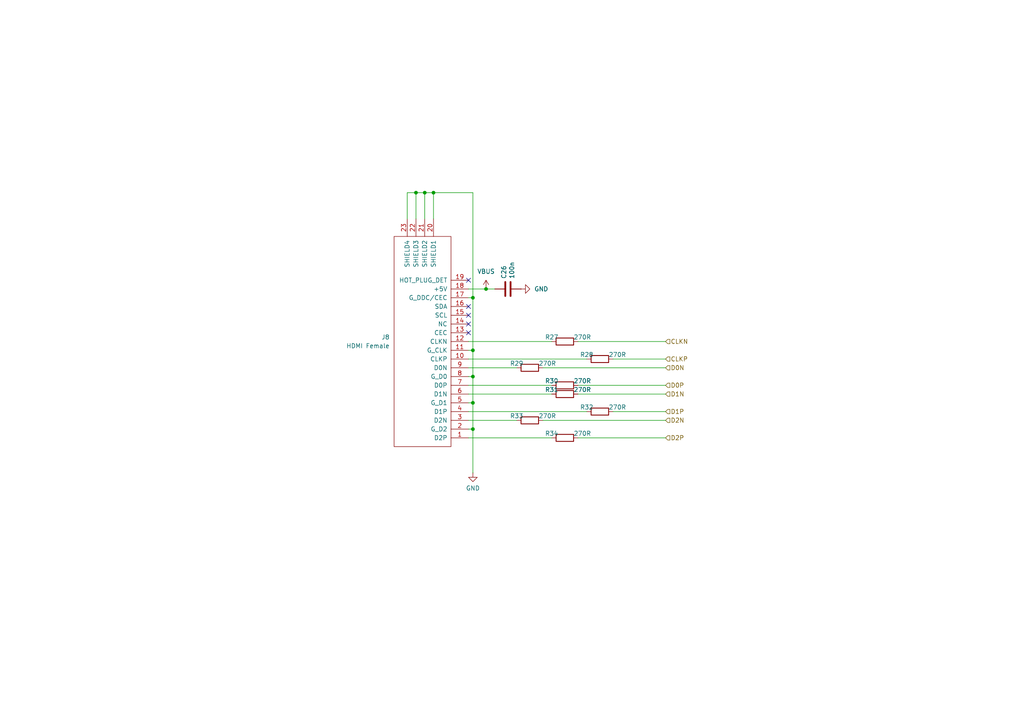
<source format=kicad_sch>
(kicad_sch (version 20250114) (generator "eeschema") (generator_version "9.0")
  (paper "A4")
  (title_block (title "MiniFRANK RM24") (date "2025-04-09") (rev "${VERSION}") (company "Mikhail Matveev") (comment 1 "https://github.com/xtremespb/frank"))
  (lib_symbols
    (symbol "Device:C" (pin_numbers (hide yes)) (pin_names (offset 0.254))
      (property "Reference" "C" (at 0.635 2.54 0))
      (property "Value" "C" (at 0.635 -2.54 0))
      (symbol "C_0_1"
        (polyline (pts (xy -2.032 0.762) (xy 2.032 0.762)) (stroke (width 0.508)))
        (polyline (pts (xy -2.032 -0.762) (xy 2.032 -0.762)) (stroke (width 0.508)))
      )
      (symbol "C_1_1"
        (pin passive line (at 0 3.81 270) (length 2.794) (name "~") (number "1"))
        (pin passive line (at 0 -3.81 90) (length 2.794) (name "~") (number "2"))
      )
    )
    (symbol "Device:R" (pin_numbers (hide yes)) (pin_names (offset 0))
      (property "Reference" "R" (at 2.032 0 90))
      (property "Value" "R" (at 0 0 90))
      (symbol "R_0_1"
        (rectangle (start -1.016 -2.54) (end 1.016 2.54) (stroke (width 0.254)))
      )
      (symbol "R_1_1"
        (pin passive line (at 0 3.81 270) (length 1.27) (name "~") (number "1"))
        (pin passive line (at 0 -3.81 90) (length 1.27) (name "~") (number "2"))
      )
    )
    (symbol "FRANK:HDMI" (pin_names (offset 1.016))
      (property "Reference" "HDMI1" (at 12.7 -16.5101 0))
      (property "Value" "HDMI" (at 12.7 -13.9701 0))
      (symbol "HDMI_0_1"
        (rectangle (start -5.08 15.24) (end 11.43 -45.72))
      )
      (symbol "HDMI_1_1"
        (pin input line (at -10.16 12.7 0) (length 5.08) (name "D2P") (number "1"))
        (pin input line (at -10.16 10.16 0) (length 5.08) (name "G_D2") (number "2"))
        (pin input line (at -10.16 7.62 0) (length 5.08) (name "D2N") (number "3"))
        (pin input line (at -10.16 5.08 0) (length 5.08) (name "D1P") (number "4"))
        (pin input line (at -10.16 2.54 0) (length 5.08) (name "G_D1") (number "5"))
        (pin input line (at -10.16 0 0) (length 5.08) (name "D1N") (number "6"))
        (pin input line (at -10.16 -2.54 0) (length 5.08) (name "D0P") (number "7"))
        (pin input line (at -10.16 -5.08 0) (length 5.08) (name "G_D0") (number "8"))
        (pin input line (at -10.16 -7.62 0) (length 5.08) (name "D0N") (number "9"))
        (pin input line (at -10.16 -10.16 0) (length 5.08) (name "CLKP") (number "10"))
        (pin input line (at -10.16 -12.7 0) (length 5.08) (name "G_CLK") (number "11"))
        (pin input line (at -10.16 -15.24 0) (length 5.08) (name "CLKN") (number "12"))
        (pin input line (at -10.16 -17.78 0) (length 5.08) (name "CEC") (number "13"))
        (pin input line (at -10.16 -20.32 0) (length 5.08) (name "NC") (number "14"))
        (pin input line (at -10.16 -22.86 0) (length 5.08) (name "SCL") (number "15"))
        (pin input line (at -10.16 -25.4 0) (length 5.08) (name "SDA") (number "16"))
        (pin input line (at -10.16 -27.94 0) (length 5.08) (name "G_DDC/CEC") (number "17"))
        (pin input line (at -10.16 -30.48 0) (length 5.08) (name "+5V") (number "18"))
        (pin input line (at -10.16 -33.02 0) (length 5.08) (name "HOT_PLUG_DET") (number "19"))
        (pin input line (at 0 -50.8 90) (length 5.08) (name "SHIELD1") (number "20"))
        (pin input line (at 2.54 -50.8 90) (length 5.08) (name "SHIELD2") (number "21"))
        (pin input line (at 5.08 -50.8 90) (length 5.08) (name "SHIELD3") (number "22"))
        (pin input line (at 7.62 -50.8 90) (length 5.08) (name "SHIELD4") (number "23"))
      )
    )
    (symbol "GND_1" (power) (pin_numbers (hide yes)) (pin_names (offset 0) (hide yes))
      (property "Value" "GND" (at 0 -3.81 0))
      (symbol "GND_1_0_1"
        (polyline (pts (xy 0 0) (xy 0 -1.27) (xy 1.27 -1.27) (xy 0 -2.54) (xy -1.27 -1.27) (xy 0 -1.27)))
      )
      (symbol "GND_1_1_1"
        (pin power_in line (at 0 0 270) (length 0) (name "~") (number "1"))
      )
    )
    (symbol "power:GND" (power) (pin_numbers (hide yes)) (pin_names (offset 0) (hide yes))
      (property "Value" "GND" (at 0 -3.81 0))
      (symbol "GND_0_1"
        (polyline (pts (xy 0 0) (xy 0 -1.27) (xy 1.27 -1.27) (xy 0 -2.54) (xy -1.27 -1.27) (xy 0 -1.27)))
      )
      (symbol "GND_1_1"
        (pin power_in line (at 0 0 270) (length 0) (name "~") (number "1"))
      )
    )
    (symbol "power:VBUS" (power) (pin_numbers (hide yes)) (pin_names (offset 0) (hide yes))
      (property "Value" "VBUS" (at 0 3.556 0))
      (symbol "VBUS_0_1"
        (polyline (pts (xy -0.762 1.27) (xy 0 2.54)))
        (polyline (pts (xy 0 2.54) (xy 0.762 1.27)))
        (polyline (pts (xy 0 0) (xy 0 2.54)))
      )
      (symbol "VBUS_1_1"
        (pin power_in line (at 0 0 90) (length 0) (name "~") (number "1"))
      )
    )
  )
  (junction (at 140.97 83.82))
  (junction (at 137.16 116.84))
  (junction (at 120.65 55.88))
  (junction (at 137.16 86.36))
  (junction (at 137.16 101.6))
  (junction (at 137.16 124.46))
  (junction (at 125.73 55.88))
  (junction (at 137.16 109.22))
  (junction (at 123.19 55.88))
  (no_connect (at 135.89 96.52))
  (no_connect (at 135.89 91.44))
  (no_connect (at 135.89 93.98))
  (no_connect (at 135.89 81.28))
  (no_connect (at 135.89 88.9))
  (wire (pts (xy 135.89 101.6) (xy 137.16 101.6)))
  (wire (pts (xy 137.16 116.84) (xy 137.16 124.46)))
  (wire (pts (xy 135.89 111.76) (xy 160.02 111.76)))
  (wire (pts (xy 157.48 121.92) (xy 193.04 121.92)))
  (wire (pts (xy 135.89 127) (xy 160.02 127)))
  (wire (pts (xy 135.89 109.22) (xy 137.16 109.22)))
  (wire (pts (xy 137.16 55.88) (xy 125.73 55.88)))
  (wire (pts (xy 123.19 55.88) (xy 123.19 63.5)))
  (wire (pts (xy 157.48 106.68) (xy 193.04 106.68)))
  (wire (pts (xy 125.73 55.88) (xy 123.19 55.88)))
  (wire (pts (xy 177.8 119.38) (xy 193.04 119.38)))
  (wire (pts (xy 137.16 109.22) (xy 137.16 116.84)))
  (wire (pts (xy 137.16 101.6) (xy 137.16 109.22)))
  (wire (pts (xy 167.64 114.3) (xy 193.04 114.3)))
  (wire (pts (xy 120.65 55.88) (xy 120.65 63.5)))
  (wire (pts (xy 135.89 99.06) (xy 160.02 99.06)))
  (wire (pts (xy 135.89 83.82) (xy 140.97 83.82)))
  (wire (pts (xy 135.89 119.38) (xy 170.18 119.38)))
  (wire (pts (xy 135.89 124.46) (xy 137.16 124.46)))
  (wire (pts (xy 137.16 124.46) (xy 137.16 137.16)))
  (wire (pts (xy 167.64 99.06) (xy 193.04 99.06)))
  (wire (pts (xy 167.64 111.76) (xy 193.04 111.76)))
  (wire (pts (xy 137.16 101.6) (xy 137.16 86.36)))
  (wire (pts (xy 120.65 55.88) (xy 118.11 55.88)))
  (wire (pts (xy 135.89 116.84) (xy 137.16 116.84)))
  (wire (pts (xy 135.89 86.36) (xy 137.16 86.36)))
  (wire (pts (xy 135.89 104.14) (xy 170.18 104.14)))
  (wire (pts (xy 137.16 86.36) (xy 137.16 55.88)))
  (wire (pts (xy 140.97 83.82) (xy 143.51 83.82)))
  (wire (pts (xy 177.8 104.14) (xy 193.04 104.14)))
  (wire (pts (xy 135.89 121.92) (xy 149.86 121.92)))
  (wire (pts (xy 123.19 55.88) (xy 120.65 55.88)))
  (wire (pts (xy 135.89 114.3) (xy 160.02 114.3)))
  (wire (pts (xy 118.11 55.88) (xy 118.11 63.5)))
  (wire (pts (xy 125.73 55.88) (xy 125.73 63.5)))
  (wire (pts (xy 167.64 127) (xy 193.04 127)))
  (wire (pts (xy 135.89 106.68) (xy 149.86 106.68)))
  (hierarchical_label "D2P" (shape input) (at 193.04 127 0))
  (hierarchical_label "CLKP" (shape input) (at 193.04 104.14 0))
  (hierarchical_label "D2N" (shape input) (at 193.04 121.92 0))
  (hierarchical_label "CLKN" (shape input) (at 193.04 99.06 0))
  (hierarchical_label "D0P" (shape input) (at 193.04 111.76 0))
  (hierarchical_label "D1P" (shape input) (at 193.04 119.38 0))
  (hierarchical_label "D0N" (shape input) (at 193.04 106.68 0))
  (hierarchical_label "D1N" (shape input) (at 193.04 114.3 0))
  (symbol (lib_id "Device:R") (at 163.83 111.76 90) (unit 1)
    (property "Reference" "R30" (at 160.02 110.49 90))
    (property "Value" "270R" (at 168.91 110.49 90))
    (property "Footprint" "FRANK:Resistor (0805)" (effects (hide yes)))
    (property "Datasheet" "https://www.vishay.com/docs/28952/mcs0402at-mct0603at-mcu0805at-mca1206at.pdf" (effects (hide yes)))
    (property "AliExpress" "https://www.aliexpress.com/item/1005005945735199.html" (effects (hide yes)))
  )
  (symbol (lib_id "Device:R") (at 173.99 119.38 90) (unit 1)
    (property "Reference" "R32" (at 170.18 118.11 90))
    (property "Value" "270R" (at 179.07 118.11 90))
    (property "Footprint" "FRANK:Resistor (0805)" (effects (hide yes)))
    (property "Datasheet" "https://www.vishay.com/docs/28952/mcs0402at-mct0603at-mcu0805at-mca1206at.pdf" (effects (hide yes)))
    (property "AliExpress" "https://www.aliexpress.com/item/1005005945735199.html" (effects (hide yes)))
  )
  (symbol (lib_id "Device:R") (at 163.83 99.06 90) (unit 1)
    (property "Reference" "R27" (at 160.02 97.79 90))
    (property "Value" "270R" (at 168.91 97.79 90))
    (property "Footprint" "FRANK:Resistor (0805)" (effects (hide yes)))
    (property "Datasheet" "https://www.vishay.com/docs/28952/mcs0402at-mct0603at-mcu0805at-mca1206at.pdf" (effects (hide yes)))
    (property "AliExpress" "https://www.aliexpress.com/item/1005005945735199.html" (effects (hide yes)))
  )
  (symbol (lib_id "power:VBUS") (at 140.97 83.82 0) (unit 1)
    (property "Reference" "#PWR052" (effects (hide yes)))
    (property "Value" "VBUS" (at 140.97 78.74 0))
    (property "Description" "Power symbol creates a global label with name \"VBUS\"" (effects (hide yes)))
  )
  (symbol (lib_id "Device:R") (at 163.83 114.3 90) (unit 1)
    (property "Reference" "R31" (at 160.02 113.03 90))
    (property "Value" "270R" (at 168.91 113.03 90))
    (property "Footprint" "FRANK:Resistor (0805)" (effects (hide yes)))
    (property "Datasheet" "https://www.vishay.com/docs/28952/mcs0402at-mct0603at-mcu0805at-mca1206at.pdf" (effects (hide yes)))
    (property "AliExpress" "https://www.aliexpress.com/item/1005005945735199.html" (effects (hide yes)))
  )
  (symbol (lib_id "Device:C") (at 147.32 83.82 90) (unit 1)
    (property "Reference" "C26" (at 146.1516 80.899 0) (effects (justify left)))
    (property "Value" "100n" (at 148.463 80.899 0) (effects (justify left)))
    (property "Footprint" "FRANK:Capacitor (0805)" (effects (hide yes)))
    (property "Datasheet" "https://eu.mouser.com/datasheet/2/40/KGM_X7R-3223212.pdf" (effects (hide yes)))
    (property "AliExpress" "https://www.aliexpress.com/item/33008008276.html" (effects (hide yes)))
  )
  (symbol (lib_id "Device:R") (at 153.67 106.68 90) (unit 1)
    (property "Reference" "R29" (at 149.86 105.41 90))
    (property "Value" "270R" (at 158.75 105.41 90))
    (property "Footprint" "FRANK:Resistor (0805)" (effects (hide yes)))
    (property "Datasheet" "https://www.vishay.com/docs/28952/mcs0402at-mct0603at-mcu0805at-mca1206at.pdf" (effects (hide yes)))
    (property "AliExpress" "https://www.aliexpress.com/item/1005005945735199.html" (effects (hide yes)))
  )
  (symbol (lib_id "power:GND") (at 137.16 137.16 0) (unit 1)
    (property "Reference" "#PWR054" (effects (hide yes)))
    (property "Value" "GND" (at 137.16 141.6034 0))
    (property "Description" "Power symbol creates a global label with name \"GND\" , ground" (effects (hide yes)))
  )
  (symbol (lib_name "GND_1") (lib_id "power:GND") (at 151.13 83.82 90) (unit 1)
    (property "Reference" "#PWR053" (effects (hide yes)))
    (property "Value" "GND" (at 154.94 83.8199 90) (effects (justify right)))
    (property "Description" "Power symbol creates a global label with name \"GND\" , ground" (effects (hide yes)))
  )
  (symbol (lib_id "Device:R") (at 173.99 104.14 90) (unit 1)
    (property "Reference" "R28" (at 170.18 102.87 90))
    (property "Value" "270R" (at 179.07 102.87 90))
    (property "Footprint" "FRANK:Resistor (0805)" (effects (hide yes)))
    (property "Datasheet" "https://www.vishay.com/docs/28952/mcs0402at-mct0603at-mcu0805at-mca1206at.pdf" (effects (hide yes)))
    (property "AliExpress" "https://www.aliexpress.com/item/1005005945735199.html" (effects (hide yes)))
  )
  (symbol (lib_id "FRANK:HDMI") (at 125.73 114.3 180) (unit 1)
    (property "Reference" "J8" (at 113.03 97.7899 0) (effects (justify left)))
    (property "Value" "HDMI Female" (at 113.03 100.3299 0) (effects (justify left)))
    (property "Footprint" "FRANK:HDMI (female)" (effects (hide yes)))
    (property "Datasheet" "https://eu.mouser.com/datasheet/2/418/8/ENG_CD_1747981_G-2018509.pdf" (effects (hide yes)))
    (property "AliExpress" "https://www.aliexpress.com/item/1005005248842433.html" (effects (hide yes)))
  )
  (symbol (lib_id "Device:R") (at 163.83 127 90) (unit 1)
    (property "Reference" "R34" (at 160.02 125.73 90))
    (property "Value" "270R" (at 168.91 125.73 90))
    (property "Footprint" "FRANK:Resistor (0805)" (effects (hide yes)))
    (property "Datasheet" "https://www.vishay.com/docs/28952/mcs0402at-mct0603at-mcu0805at-mca1206at.pdf" (effects (hide yes)))
    (property "AliExpress" "https://www.aliexpress.com/item/1005005945735199.html" (effects (hide yes)))
  )
  (symbol (lib_id "Device:R") (at 153.67 121.92 90) (unit 1)
    (property "Reference" "R33" (at 149.86 120.65 90))
    (property "Value" "270R" (at 158.75 120.65 90))
    (property "Footprint" "FRANK:Resistor (0805)" (effects (hide yes)))
    (property "Datasheet" "https://www.vishay.com/docs/28952/mcs0402at-mct0603at-mcu0805at-mca1206at.pdf" (effects (hide yes)))
    (property "AliExpress" "https://www.aliexpress.com/item/1005005945735199.html" (effects (hide yes)))
  )
)
</source>
